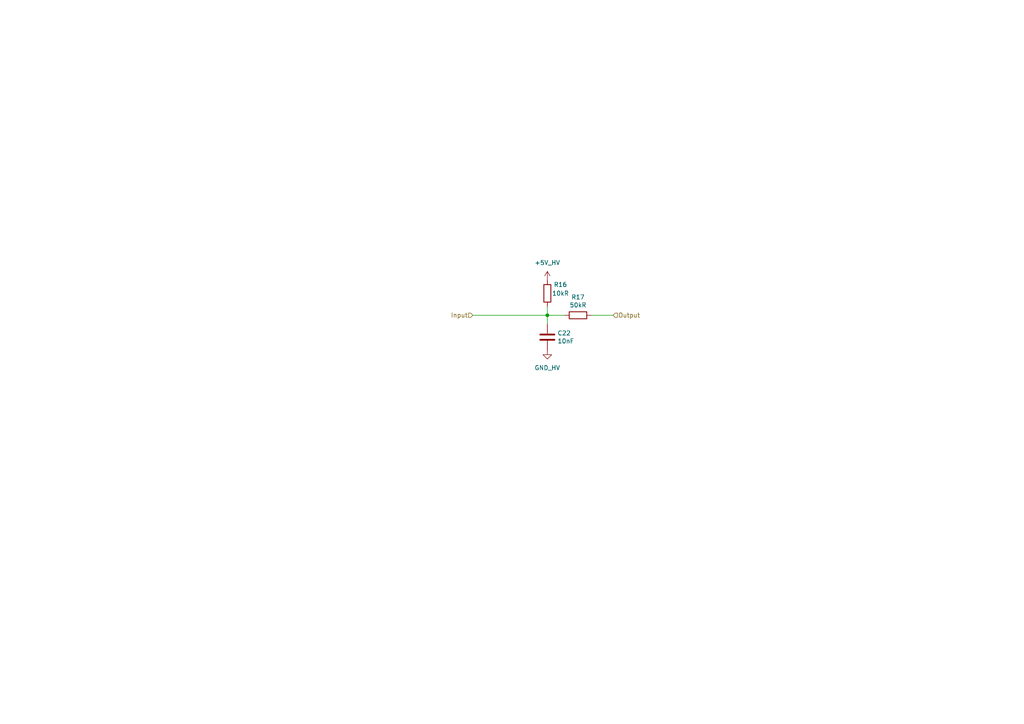
<source format=kicad_sch>
(kicad_sch (version 20211123) (generator eeschema)
  (paper "A4")
  (lib_symbols
    (symbol "+5v_hv:+5V_HV" (power) (pin_names (offset 0))
      (property "Value" "+5V_HV" (at 0 3.556 0))
      (symbol "+5V_HV_0_1"
        (polyline (pts (xy -0.762 1.27) (xy 0 2.54)))
        (polyline (pts (xy 0 0) (xy 0 2.54)))
        (polyline (pts (xy 0 2.54) (xy 0.762 1.27)))
      )
      (symbol "+5V_HV_1_1"
        (pin power_in line (at 0 0 90) (length 0) hide (name "+5V_HV") (number "1"))
      )
    )
    (symbol "Device:C" (pin_numbers hide) (pin_names (offset 0.254))
      (property "Reference" "C" (at 0.635 2.54 0))
      (property "Value" "C" (at 0.635 -2.54 0))
      (symbol "C_0_1"
        (polyline (pts (xy -2.032 -0.762) (xy 2.032 -0.762)) (stroke (width 0.508)))
        (polyline (pts (xy -2.032 0.762) (xy 2.032 0.762)) (stroke (width 0.508)))
      )
      (symbol "C_1_1"
        (pin passive line (at 0 3.81 270) (length 2.794) (name "~") (number "1"))
        (pin passive line (at 0 -3.81 90) (length 2.794) (name "~") (number "2"))
      )
    )
    (symbol "Device:R" (pin_numbers hide) (pin_names (offset 0))
      (property "Reference" "R" (at 2.032 0 90))
      (property "Value" "R" (at 0 0 90))
      (symbol "R_0_1"
        (rectangle (start -1.016 -2.54) (end 1.016 2.54) (stroke (width 0.254)))
      )
      (symbol "R_1_1"
        (pin passive line (at 0 3.81 270) (length 1.27) (name "~") (number "1"))
        (pin passive line (at 0 -3.81 90) (length 1.27) (name "~") (number "2"))
      )
    )
    (symbol "gnd_hv:GND_HV" (power) (pin_names (offset 0))
      (property "Value" "GND_HV" (at 0 -3.81 0))
      (symbol "GND_HV_0_1"
        (polyline (pts (xy 0 0) (xy 0 -1.27) (xy 1.27 -1.27) (xy 0 -2.54) (xy -1.27 -1.27) (xy 0 -1.27)))
      )
      (symbol "GND_HV_1_1"
        (pin power_in line (at 0 0 270) (length 0) hide (name "GND_HV") (number "1"))
      )
    )
  )
  (junction (at 158.75 91.44))
  (wire (pts (xy 171.45 91.44) (xy 177.8 91.44)))
  (wire (pts (xy 158.75 88.9) (xy 158.75 91.44)))
  (wire (pts (xy 137.16 91.44) (xy 158.75 91.44)))
  (wire (pts (xy 158.75 91.44) (xy 158.75 93.98)))
  (wire (pts (xy 163.83 91.44) (xy 158.75 91.44)))
  (hierarchical_label "Output" (shape input) (at 177.8 91.44 0))
  (hierarchical_label "Input" (shape input) (at 137.16 91.44 180))
  (symbol (lib_id "Device:R") (at 167.64 91.44 270)
    (property "Reference" "R17" (at 167.64 86.1822 90))
    (property "Value" "50kR" (at 167.64 88.4936 90))
    (property "Footprint" "Resistor_SMD:R_0603_1608Metric_Pad0.98x0.95mm_HandSolder" (effects hide))
    (property "Part Number" "-" (effects hide))
    (property "Manufacturer" "-" (effects hide))
  )
  (symbol (lib_id "Device:C") (at 158.75 97.79 180)
    (property "Reference" "C22" (at 161.671 96.6216 0) (effects (justify right)))
    (property "Value" "10nF" (at 161.671 98.933 0) (effects (justify right)))
    (property "Footprint" "Capacitor_SMD:C_0603_1608Metric_Pad1.08x0.95mm_HandSolder" (effects hide))
    (property "Part Number" "-" (effects hide))
    (property "Manufacturer" "-" (effects hide))
  )
  (symbol (lib_id "Device:R") (at 158.75 85.09 180)
    (property "Reference" "R16" (at 162.56 82.55 0))
    (property "Value" "10kR" (at 162.56 85.09 0))
    (property "Footprint" "Resistor_SMD:R_0603_1608Metric_Pad0.98x0.95mm_HandSolder" (effects hide))
    (property "Part Number" "-" (effects hide))
    (property "Manufacturer" "-" (effects hide))
  )
  (symbol (lib_id "gnd_hv:GND_HV") (at 158.75 101.6 0)
    (property "Reference" "#PWR0135" (effects hide))
    (property "Value" "GND_HV" (at 158.75 106.68 0))
  )
  (symbol (lib_id "+5v_hv:+5V_HV") (at 158.75 81.28 0)
    (property "Reference" "#PWR0134" (effects hide))
    (property "Value" "+5V_HV" (at 158.75 76.2 0))
  )
)
</source>
